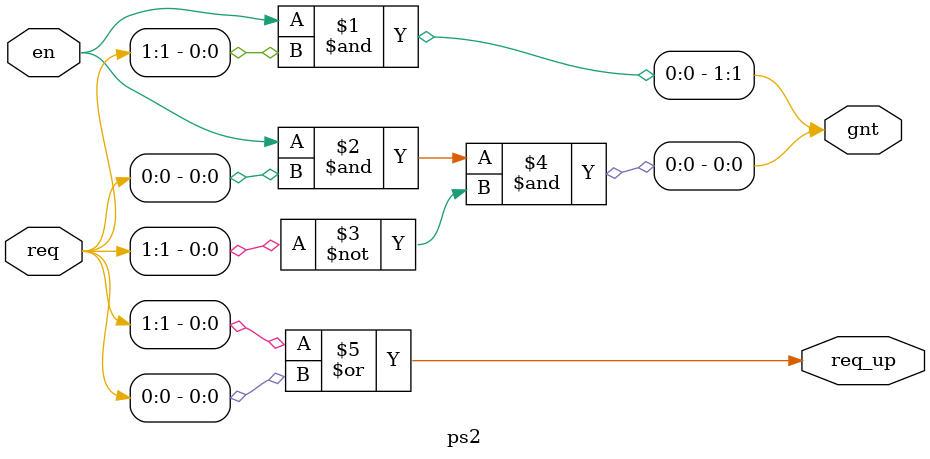
<source format=sv>

`timescale 1ns/100ps

module ps #(parameter NUM_BITS = 16) (
    input  [NUM_BITS-1:0] req,
    input                 en,
    output [NUM_BITS-1:0] gnt,
    output                req_up
);
    wire   [NUM_BITS-2:0] req_ups;
    wire   [NUM_BITS-2:0] enables;

    assign req_up = req_ups[NUM_BITS-2];
    assign enables[NUM_BITS-2] = en;

    genvar i, j; generate
        if (NUM_BITS == 2) begin
            ps2 ps2_0 (
                .req(req),
                .en(en),
                .gnt(gnt),
                .req_up(req_up)
            );
        end  // if (NUM_BITS == 2)
        else begin
            for (i = 0; i < (NUM_BITS / 2); i++) begin : base
                ps2 ps2_0 ( 
                    .req(req[(2*i)+1:2*i]),
                    .en(enables[i]),
                    .gnt(gnt[(2*i)+1:2*i]),
                    .req_up(req_ups[i])
                );
            end  // for each base ps2 submodule
            for (j = (NUM_BITS / 2); j < (NUM_BITS - 1); j++) begin : top
                ps2 ps2_0 (
                    .req(req_ups[((2*j)-NUM_BITS)+1:(2*j)-NUM_BITS]),
                    .en(enables[j]),
                    .gnt(enables[((2*j)-NUM_BITS)+1:(2*j)-NUM_BITS]),
                    .req_up(req_ups[j])
                );
            end  // for each top ps2 submodule
        end  // if (NUM_BITS != 2)
    endgenerate  // generate ps2 submodules
endmodule  // ps

module ps2 (
    input     [1:0] req,
    input           en,
    output    [1:0] gnt,
    output          req_up
);
    assign gnt[1] = (en & req[1]);
    assign gnt[0] = (en & req[0] & ~req[1]);
    assign req_up = (req[1] | req[0]);
endmodule  // ps2
</source>
